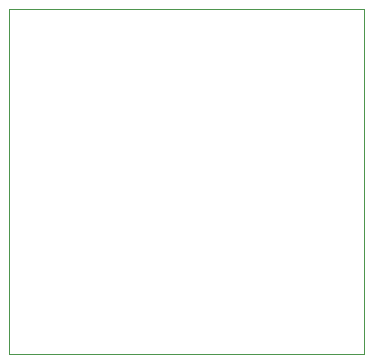
<source format=gbr>
%TF.GenerationSoftware,KiCad,Pcbnew,7.0.7*%
%TF.CreationDate,2023-09-04T20:39:43-04:00*%
%TF.ProjectId,PRJ,50524a2e-6b69-4636-9164-5f7063625858,rev?*%
%TF.SameCoordinates,Original*%
%TF.FileFunction,Profile,NP*%
%FSLAX46Y46*%
G04 Gerber Fmt 4.6, Leading zero omitted, Abs format (unit mm)*
G04 Created by KiCad (PCBNEW 7.0.7) date 2023-09-04 20:39:43*
%MOMM*%
%LPD*%
G01*
G04 APERTURE LIST*
%TA.AperFunction,Profile*%
%ADD10C,0.050000*%
%TD*%
G04 APERTURE END LIST*
D10*
X104500000Y-87500000D02*
X134500000Y-87500000D01*
X134500000Y-116750000D01*
X104500000Y-116750000D01*
X104500000Y-87500000D01*
M02*

</source>
